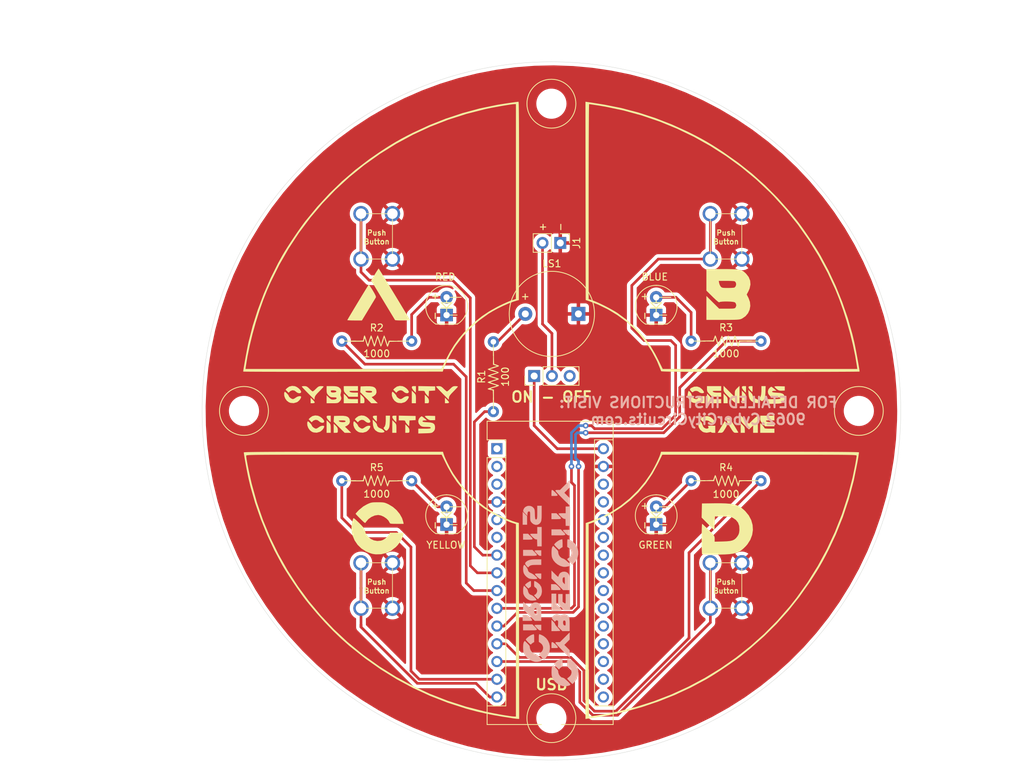
<source format=kicad_pcb>
(kicad_pcb (version 20210108) (generator pcbnew)
  (layers (0 "F.Cu" signal) (31 "B.Cu" signal) (34 "B.Paste" user) (35 "F.Paste" user) (36 "B.SilkS" user "B.Silkscreen") (37 "F.SilkS" user "F.Silkscreen") (38 "B.Mask" user) (39 "F.Mask" user) (44 "Edge.Cuts" user))
  (net 0 "")
  (net 1 "STX")
  (net 2 "no_connect_(A1-Pad5)")
  (net 3 "SRX")
  (net 4 "no_connect_(A1-Pad6)")
  (net 5 "RESET_2")
  (net 6 "no_connect_(A1-Pad17)")
  (net 7 "GND")
  (net 8 "no_connect_(A1-Pad18)")
  (net 9 "BUTTON_1")
  (net 10 "no_connect_(A1-Pad19)")
  (net 11 "BUTTON_2")
  (net 12 "no_connect_(A1-Pad20)")
  (net 13 "BUTTON_3")
  (net 14 "no_connect_(A1-Pad21)")
  (net 15 "BUTTON_4")
  (net 16 "no_connect_(A1-Pad22)")
  (net 17 "LED_1")
  (net 18 "A6")
  (net 19 "LED_2")
  (net 20 "A7")
  (net 21 "LED_3")
  (net 22 "no_connect_(A1-Pad23)")
  (net 23 "LED_4")
  (net 24 "RESET_1")
  (net 25 "Speaker")
  (net 26 "VCC")
  (net 27 "BLINK")
  (net 28 "BATTERY")
  (net 29 "Net-(LS1-Pad1)")
  (net 30 "no_connect_(A1-Pad24)")
  (net 31 "no_connect_(A1-Pad27)")
  (net 32 "Net-(D1-Pad2)")
  (net 33 "Net-(D2-Pad2)")
  (net 34 "Net-(D3-Pad2)")
  (net 35 "Net-(D4-Pad2)")
  (net 36 "no_connect_(SW5-Pad3)")
  (footprint "CCC-Schematic-Footprints:Schematic - LED 5mm(2.56P) 003" (layer "F.Cu") (at 85 85)
    (fp_text reference "RED" (at -0.2 -4.2) (layer "F.SilkS"))
    (fp_text value "Red")
    (fp_text user "-  +" (at -1.7 0 270) (layer "F.SilkS"))
    (pad "1" thru_hole rect (at 0 1.27 90) (size 1.8 1.8) (drill 0.9) (layers *.Cu *.Mask) (net 7 "GND"))
    (pad "2" thru_hole circle (at 0 -1.27 90) (size 1.8 1.8) (drill 0.9) (layers *.Cu *.Mask) (net 32 "Net-(D1-Pad2)"))
  )
  (footprint "CCC-Schematic-Footprints:Schematic - LED 5mm(2.56P) 003" (layer "F.Cu") (at 115 85)
    (fp_text reference "BLUE" (at -0.2 -4.2) (layer "F.SilkS"))
    (fp_text value "Blue")
    (fp_text user "-  +" (at -1.7 0 270) (layer "F.SilkS"))
    (pad "1" thru_hole rect (at 0 1.27 90) (size 1.8 1.8) (drill 0.9) (layers *.Cu *.Mask) (net 7 "GND"))
    (pad "2" thru_hole circle (at 0 -1.27 90) (size 1.8 1.8) (drill 0.9) (layers *.Cu *.Mask) (net 33 "Net-(D2-Pad2)"))
  )
  (footprint "CCC-Schematic-Footprints:Schematic - LED 5mm(2.56P) 003" (layer "F.Cu") (at 115 115)
    (fp_text reference "GREEN" (at -0.1 4.2) (layer "F.SilkS"))
    (fp_text value "Green")
    (fp_text user "-  +" (at -1.7 0 270) (layer "F.SilkS"))
    (pad "1" thru_hole rect (at 0 1.27 90) (size 1.8 1.8) (drill 0.9) (layers *.Cu *.Mask) (net 7 "GND"))
    (pad "2" thru_hole circle (at 0 -1.27 90) (size 1.8 1.8) (drill 0.9) (layers *.Cu *.Mask) (net 34 "Net-(D3-Pad2)"))
  )
  (footprint "CCC-Schematic-Footprints:Schematic - LED 5mm(2.56P) 003" (layer "F.Cu") (at 85 115)
    (fp_text reference "YELLOW" (at -0.1 4.2) (layer "F.SilkS"))
    (fp_text value "Yellow")
    (fp_text user "-  +" (at -1.7 0 270) (layer "F.SilkS"))
    (pad "1" thru_hole rect (at 0 1.27 90) (size 1.8 1.8) (drill 0.9) (layers *.Cu *.Mask) (net 7 "GND"))
    (pad "2" thru_hole circle (at 0 -1.27 90) (size 1.8 1.8) (drill 0.9) (layers *.Cu *.Mask) (net 35 "Net-(D4-Pad2)"))
  )
  (footprint "CCC-Schematic-Footprints:Schematic_-_Button_Labeled" (layer "F.Cu") (at 75 75 90)
    (fp_text reference "SW1" hide)
    (fp_text value "SW_Push")
    (fp_text user "Push" (at 0.508 0 unlocked) (layer "F.SilkS") (effects (font (size 0.75 0.75))))
    (fp_text user "Button" (at -0.762 0 unlocked) (layer "F.SilkS") (effects (font (size 0.75 0.75))))
    (pad "1" thru_hole circle (at -3.25 -2.25 90) (size 2.2 2.2) (drill 1.5) (layers *.Cu *.Mask) (net 9 "BUTTON_1"))
    (pad "1" thru_hole circle (at 3.25 -2.25 90) (size 2.2 2.2) (drill 1.5) (layers *.Cu *.Mask) (net 9 "BUTTON_1"))
    (pad "2" thru_hole circle (at 3.25 2.25 90) (size 2.2 2.2) (drill 1.5) (layers *.Cu *.Mask) (net 7 "GND"))
    (pad "2" thru_hole circle (at -3.25 2.25 90) (size 2.2 2.2) (drill 1.5) (layers *.Cu *.Mask) (net 7 "GND"))
  )
  (footprint "CCC-Schematic-Footprints:Schematic_-_Button_Labeled" (layer "F.Cu") (at 125 75 90)
    (fp_text reference "SW2" hide)
    (fp_text value "SW_Push")
    (fp_text user "Button" (at -0.762 0 unlocked) (layer "F.SilkS") (effects (font (size 0.75 0.75))))
    (fp_text user "Push" (at 0.508 0 unlocked) (layer "F.SilkS") (effects (font (size 0.75 0.75))))
    (pad "1" thru_hole circle (at -3.25 -2.25 90) (size 2.2 2.2) (drill 1.5) (layers *.Cu *.Mask) (net 11 "BUTTON_2"))
    (pad "1" thru_hole circle (at 3.25 -2.25 90) (size 2.2 2.2) (drill 1.5) (layers *.Cu *.Mask) (net 11 "BUTTON_2"))
    (pad "2" thru_hole circle (at 3.25 2.25 90) (size 2.2 2.2) (drill 1.5) (layers *.Cu *.Mask) (net 7 "GND"))
    (pad "2" thru_hole circle (at -3.25 2.25 90) (size 2.2 2.2) (drill 1.5) (layers *.Cu *.Mask) (net 7 "GND"))
  )
  (footprint "CCC-Schematic-Footprints:Schematic_-_Button_Labeled" (layer "F.Cu") (at 125 125 90)
    (fp_text reference "SW3" hide)
    (fp_text value "SW_Push")
    (fp_text user "Button" (at -0.762 0 unlocked) (layer "F.SilkS") (effects (font (size 0.75 0.75))))
    (fp_text user "Push" (at 0.508 0 unlocked) (layer "F.SilkS") (effects (font (size 0.75 0.75))))
    (pad "1" thru_hole circle (at 3.25 -2.25 90) (size 2.2 2.2) (drill 1.5) (layers *.Cu *.Mask) (net 13 "BUTTON_3"))
    (pad "1" thru_hole circle (at -3.25 -2.25 90) (size 2.2 2.2) (drill 1.5) (layers *.Cu *.Mask) (net 13 "BUTTON_3"))
    (pad "2" thru_hole circle (at -3.25 2.25 90) (size 2.2 2.2) (drill 1.5) (layers *.Cu *.Mask) (net 7 "GND"))
    (pad "2" thru_hole circle (at 3.25 2.25 90) (size 2.2 2.2) (drill 1.5) (layers *.Cu *.Mask) (net 7 "GND"))
  )
  (footprint "CCC-Schematic-Footprints:Schematic_-_Button_Labeled" (layer "F.Cu") (at 75 125 90)
    (fp_text reference "SW4" hide)
    (fp_text value "SW_Push")
    (fp_text user "Button" (at -0.762 0 unlocked) (layer "F.SilkS") (effects (font (size 0.75 0.75))))
    (fp_text user "Push" (at 0.508 0 unlocked) (layer "F.SilkS") (effects (font (size 0.75 0.75))))
    (pad "1" thru_hole circle (at -3.25 -2.25 90) (size 2.2 2.2) (drill 1.5) (layers *.Cu *.Mask) (net 15 "BUTTON_4"))
    (pad "1" thru_hole circle (at 3.25 -2.25 90) (size 2.2 2.2) (drill 1.5) (layers *.Cu *.Mask) (net 15 "BUTTON_4"))
    (pad "2" thru_hole circle (at -3.25 2.25 90) (size 2.2 2.2) (drill 1.5) (layers *.Cu *.Mask) (net 7 "GND"))
    (pad "2" thru_hole circle (at 3.25 2.25 90) (size 2.2 2.2) (drill 1.5) (layers *.Cu *.Mask) (net 7 "GND"))
  )
  (footprint "Module:Arduino_Nano" (layer "F.Cu") (at 92.202 105.41)
    (fp_text reference "A1" hide)
    (fp_text value "Arduino_Nano_v3.x")
    (pad "1" thru_hole rect (at 0 0) (size 1.6 1.6) (drill 1) (layers *.Cu *.Mask) (net 1 "STX"))
    (pad "2" thru_hole oval (at 0 2.54) (size 1.6 1.6) (drill 1) (layers *.Cu *.Mask) (net 3 "SRX"))
    (pad "3" thru_hole oval (at 0 5.08) (size 1.6 1.6) (drill 1) (layers *.Cu *.Mask) (net 5 "RESET_2"))
    (pad "4" thru_hole oval (at 0 7.62) (size 1.6 1.6) (drill 1) (layers *.Cu *.Mask) (net 7 "GND"))
    (pad "5" thru_hole oval (at 0 10.16) (size 1.6 1.6) (drill 1) (layers *.Cu *.Mask) (net 2 "no_connect_(A1-Pad5)"))
    (pad "6" thru_hole oval (at 0 12.7) (size 1.6 1.6) (drill 1) (layers *.Cu *.Mask) (net 4 "no_connect_(A1-Pad6)"))
    (pad "7" thru_hole oval (at 0 15.24) (size 1.6 1.6) (drill 1) (layers *.Cu *.Mask) (net 25 "Speaker"))
    (pad "8" thru_hole oval (at 0 17.78) (size 1.6 1.6) (drill 1) (layers *.Cu *.Mask) (net 9 "BUTTON_1"))
    (pad "9" thru_hole oval (at 0 20.32) (size 1.6 1.6) (drill 1) (layers *.Cu *.Mask) (net 17 "LED_1"))
    (pad "10" thru_hole oval (at 0 22.86) (size 1.6 1.6) (drill 1) (layers *.Cu *.Mask) (net 11 "BUTTON_2"))
    (pad "11" thru_hole oval (at 0 25.4) (size 1.6 1.6) (drill 1) (layers *.Cu *.Mask) (net 19 "LED_2"))
    (pad "12" thru_hole oval (at 0 27.94) (size 1.6 1.6) (drill 1) (layers *.Cu *.Mask) (net 21 "LED_3"))
    (pad "13" thru_hole oval (at 0 30.48) (size 1.6 1.6) (drill 1) (layers *.Cu *.Mask) (net 13 "BUTTON_3"))
    (pad "14" thru_hole oval (at 0 33.02) (size 1.6 1.6) (drill 1) (layers *.Cu *.Mask) (net 23 "LED_4"))
    (pad "15" thru_hole oval (at 0 35.56) (size 1.6 1.6) (drill 1) (layers *.Cu *.Mask) (net 15 "BUTTON_4"))
    (pad "16" thru_hole oval (at 15.24 35.56) (size 1.6 1.6) (drill 1) (layers *.Cu *.Mask) (net 27 "BLINK"))
    (pad "17" thru_hole oval (at 15.24 33.02) (size 1.6 1.6) (drill 1) (layers *.Cu *.Mask) (net 6 "no_connect_(A1-Pad17)"))
    (pad "18" thru_hole oval (at 15.24 30.48) (size 1.6 1.6) (drill 1) (layers *.Cu *.Mask) (net 8 "no_connect_(A1-Pad18)"))
    (pad "19" thru_hole oval (at 15.24 27.94) (size 1.6 1.6) (drill 1) (layers *.Cu *.Mask) (net 10 "no_connect_(A1-Pad19)"))
    (pad "20" thru_hole oval (at 15.24 25.4) (size 1.6 1.6) (drill 1) (layers *.Cu *.Mask) (net 12 "no_connect_(A1-Pad20)"))
    (pad "21" thru_hole oval (at 15.24 22.86) (size 1.6 1.6) (drill 1) (layers *.Cu *.Mask) (net 14 "no_connect_(A1-Pad21)"))
    (pad "22" thru_hole oval (at 15.24 20.32) (size 1.6 1.6) (drill 1) (layers *.Cu *.Mask) (net 16 "no_connect_(A1-Pad22)"))
    (pad "23" thru_hole oval (at 15.24 17.78) (size 1.6 1.6) (drill 1) (layers *.Cu *.Mask) (net 22 "no_connect_(A1-Pad23)"))
    (pad "24" thru_hole oval (at 15.24 15.24) (size 1.6 1.6) (drill 1) (layers *.Cu *.Mask) (net 30 "no_connect_(A1-Pad24)"))
    (pad "25" thru_hole oval (at 15.24 12.7) (size 1.6 1.6) (drill 1) (layers *.Cu *.Mask) (net 18 "A6"))
    (pad "26" thru_hole oval (at 15.24 10.16) (size 1.6 1.6) (drill 1) (layers *.Cu *.Mask) (net 20 "A7"))
    (pad "27" thru_hole oval (at 15.24 7.62) (size 1.6 1.6) (drill 1) (layers *.Cu *.Mask) (net 31 "no_connect_(A1-Pad27)"))
    (pad "28" thru_hole oval (at 15.24 5.08) (size 1.6 1.6) (drill 1) (layers *.Cu *.Mask) (net 24 "RESET_1"))
    (pad "29" thru_hole oval (at 15.24 2.54) (size 1.6 1.6) (drill 1) (layers *.Cu *.Mask) (net 7 "GND"))
    (pad "30" thru_hole oval (at 15.24 0) (size 1.6 1.6) (drill 1) (layers *.Cu *.Mask) (net 26 "VCC"))
  )
  (footprint "Buzzer_Beeper:Buzzer_12x9.5RM7.6" (layer "F.Cu") (at 96.266 86.106)
    (fp_text reference "LS1" (at 3.8 -7.2) (layer "F.SilkS"))
    (fp_text value "Speaker")
    (fp_text user "+" (at -0.01 -2.54) (layer "F.SilkS"))
    (pad "1" thru_hole circle (at 0 0) (size 2 2) (drill 1) (layers *.Cu *.Mask) (net 29 "Net-(LS1-Pad1)"))
    (pad "2" thru_hole rect (at 7.6 0) (size 2 2) (drill 1) (layers *.Cu *.Mask) (net 7 "GND"))
  )
  (footprint "CCC-Schematic-Footprints:9V_Battery_Terminal" (layer "F.Cu") (at 100 75.946 -90)
    (fp_text reference "J1" (at 0 -3.6 90) (layer "F.SilkS"))
    (fp_text value "Battery")
    (fp_text user "-" (at -2.286 -1.27 90) (layer "F.SilkS"))
    (fp_text user "+" (at -2.286 1.27 90) (layer "F.SilkS"))
    (pad "1" thru_hole oval (at 0 1.27 270) (size 1.7 1.7) (drill 1) (layers *.Cu *.Mask) (net 28 "BATTERY"))
    (pad "2" thru_hole rect (at 0 -1.27 270) (size 1.7 1.7) (drill 1) (layers *.Cu *.Mask) (net 7 "GND"))
  )
  (footprint "Connector_PinHeader_2.54mm:PinHeader_1x03_P2.54mm_Vertical" (layer "F.Cu") (at 97.536 94.996 90)
    (fp_text reference "SW5" hide)
    (fp_text value "SW_SPDT")
    (pad "1" thru_hole rect (at 0 0 90) (size 1.7 1.7) (drill 1) (layers *.Cu *.Mask) (net 26 "VCC"))
    (pad "2" thru_hole oval (at 0 2.54 90) (size 1.7 1.7) (drill 1) (layers *.Cu *.Mask) (net 28 "BATTERY"))
    (pad "3" thru_hole oval (at 0 5.08 90) (size 1.7 1.7) (drill 1) (layers *.Cu *.Mask) (net 36 "no_connect_(SW5-Pad3)"))
  )
  (footprint "CCC-Schematic-Footprints:Schematic - Resistor 10.00mm" (layer "F.Cu") (at 91.694 95.1 90)
    (fp_text reference "R1" (at 0 -1.694 270) (layer "F.SilkS"))
    (fp_text value "100" (at 0 1.706 270) (layer "F.SilkS"))
    (pad "1" thru_hole circle (at -5 0 90) (size 1.6 1.6) (drill 0.8) (layers *.Cu *.Mask) (net 25 "Speaker"))
    (pad "2" thru_hole circle (at 5 0 90) (size 1.6 1.6) (drill 0.8) (layers *.Cu *.Mask) (net 29 "Net-(LS1-Pad1)"))
  )
  (footprint "CCC-Schematic-Footprints:3mm Mount Hole" (layer "F.Cu") (at 100 56)
    (fp_text reference " " hide)
    (fp_text value "3mm_Hole")
    (pad "" np_thru_hole circle (at 0 0) (size 3.3 3.3) (drill 3.3) (layers *.Cu *.Mask))
  )
  (footprint "CCC-Schematic-Footprints:3mm Mount Hole" (layer "F.Cu") (at 100 144)
    (fp_text reference " " hide)
    (fp_text value "3mm_Hole")
    (pad "" np_thru_hole circle (at 0 0) (size 3.3 3.3) (drill 3.3) (layers *.Cu *.Mask))
  )
  (footprint "CCC-Schematic-Footprints:3mm Mount Hole" (layer "F.Cu") (at 144 100)
    (fp_text reference " " hide)
    (fp_text value "3mm_Hole")
    (pad "" np_thru_hole circle (at 0 0) (size 3.3 3.3) (drill 3.3) (layers *.Cu *.Mask))
  )
  (footprint "CCC-Schematic-Footprints:3mm Mount Hole" (layer "F.Cu") (at 56 100)
    (fp_text reference " " hide)
    (fp_text value "3mm_Hole")
    (pad "" np_thru_hole circle (at 0 0) (size 3.3 3.3) (drill 3.3) (layers *.Cu *.Mask))
  )
  (footprint "CCC_Drawings:Graphic - Kit - Genius Game" (layer "F.Cu") (at 100 100)
    (fp_text reference "G***" hide)
    (fp_text value "LOGO" hide)
  )
  (footprint "CCC-Schematic-Footprints:Schematic - Resistor 10.00mm" (layer "F.Cu") (at 125 90 180)
    (fp_text reference "R3" (at 0 1.93 180) (layer "F.SilkS"))
    (fp_text value "1000" (at 0 -1.8 180) (layer "F.SilkS"))
    (pad "1" thru_hole circle (at -5 0 180) (size 1.6 1.6) (drill 0.8) (layers *.Cu *.Mask) (net 19 "LED_2"))
    (pad "2" thru_hole circle (at 5 0 180) (size 1.6 1.6) (drill 0.8) (layers *.Cu *.Mask) (net 33 "Net-(D2-Pad2)"))
  )
  (footprint "CCC-Schematic-Footprints:Schematic - Resistor 10.00mm" (layer "F.Cu") (at 75 90)
    (fp_text reference "R2" (at 0 -1.9 180) (layer "F.SilkS"))
    (fp_text value "1000" (at 0 1.8 180) (layer "F.SilkS"))
    (pad "1" thru_hole circle (at -5 0) (size 1.6 1.6) (drill 0.8) (layers *.Cu *.Mask) (net 17 "LED_1"))
    (pad "2" thru_hole circle (at 5 0) (size 1.6 1.6) (drill 0.8) (layers *.Cu *.Mask) (net 32 "Net-(D1-Pad2)"))
  )
  (footprint "CCC-Schematic-Footprints:Schematic - Resistor 10.00mm" (layer "F.Cu") (at 125 110 180)
    (fp_text reference "R4" (at 0 1.9 180) (layer "F.SilkS"))
    (fp_text value "1000" (at 0 -1.93 180) (layer "F.SilkS"))
    (pad "1" thru_hole circle (at -5 0 180) (size 1.6 1.6) (drill 0.8) (layers *.Cu *.Mask) (net 21 "LED_3"))
    (pad "2" thru_hole circle (at 5 0 180) (size 1.6 1.6) (drill 0.8) (layers *.Cu *.Mask) (net 34 "Net-(D3-Pad2)"))
  )
  (footprint "CCC-Schematic-Footprints:Schematic - Resistor 10.00mm" (layer "F.Cu") (at 75 110)
    (fp_text reference "R5" (at 0 -1.9 180) (layer "F.SilkS"))
    (fp_text value "1000" (at 0 1.9 180) (layer "F.SilkS"))
    (pad "1" thru_hole circle (at -5 0) (size 1.6 1.6) (drill 0.8) (layers *.Cu *.Mask) (net 23 "LED_4"))
    (pad "2" thru_hole circle (at 5 0) (size 1.6 1.6) (drill 0.8) (layers *.Cu *.Mask) (net 35 "Net-(D4-Pad2)"))
  )
  (footprint "CCC_Drawings:Logo - Cyber City Circuits - Two Line 30mm" (layer "B.Cu") (at 99.9 124.7 90)
    (fp_text reference "G***" hide)
    (fp_text value "LOGO" hide)
  )
  (gr_circle (center 100 100) (end 150 100) (layer "Edge.Cuts") (width 0.05) (fill none))
  (gr_text "FOR DETAILED INSTRUCTIONS VISIT:\n9062.CyberCityCircuits.com" (at 121 100) (layer "B.SilkS") (effects (font (size 1.5 1.5) (thickness 0.3)) (justify mirror)))
  (gr_text "USB" (at 100 139.192) (layer "F.SilkS") (effects (font (size 1.5 1.5) (thickness 0.3))))
  (gr_text "ON - OFF" (at 100 98) (layer "F.SilkS") (effects (font (size 1.5 1.5) (thickness 0.3))))
  (segment (start 92.202 123.19) (end 89.408 123.19) (width 0.381) (layer "F.Cu") (net 9))
  (segment (start 85.852 81.28) (end 88.392 83.82) (width 0.381) (layer "F.Cu") (net 9))
  (segment (start 89.408 123.19) (end 88.392 122.174) (width 0.381) (layer "F.Cu") (net 9))
  (segment (start 73.914 81.28) (end 85.852 81.28) (width 0.381) (layer "F.Cu") (net 9))
  (segment (start 72.75 78.25) (end 72.75 71.75) (width 0.381) (layer "F.Cu") (net 9))
  (segment (start 72.75 80.116) (end 73.914 81.28) (width 0.381) (layer "F.Cu") (net 9))
  (segment (start 72.75 78.25) (end 72.75 80.116) (width 0.381) (layer "F.Cu") (net 9))
  (segment (start 88.392 122.174) (end 88.392 83.82) (width 0.381) (layer "F.Cu") (net 9))
  (segment (start 88.392 83.82) (end 87.376 82.804) (width 0.381) (layer "F.Cu") (net 9))
  (segment (start 87.376 82.804) (end 86.614 82.042) (width 0.381) (layer "F.Cu") (net 9))
  (segment (start 87.70301 83.13101) (end 87.376 82.804) (width 0.381) (layer "F.Cu") (net 9))
  (segment (start 103.30499 110.67099) (end 102.87 110.236) (width 0.381) (layer "F.Cu") (net 11))
  (segment (start 115.298 78.25) (end 122.75 78.25) (width 0.381) (layer "F.Cu") (net 11))
  (segment (start 106.172 102.54299) (end 115.837338 102.54299) (width 0.381) (layer "F.Cu") (net 11))
  (segment (start 111.506 82.042) (end 115.298 78.25) (width 0.381) (layer "F.Cu") (net 11))
  (segment (start 100.076 128.27) (end 92.202 128.27) (width 0.381) (layer "F.Cu") (net 11))
  (segment (start 111.506 88.138) (end 111.506 82.042) (width 0.381) (layer "F.Cu") (net 11))
  (segment (start 102.87 110.236) (end 102.87 107.95) (width 0.381) (layer "F.Cu") (net 11))
  (segment (start 104.902 102.108) (end 105.73701 102.108) (width 0.381) (layer "F.Cu") (net 11))
  (segment (start 105.73701 102.108) (end 106.172 102.54299) (width 0.381) (layer "F.Cu") (net 11))
  (segment (start 103.30499 127.83501) (end 103.30499 110.67099) (width 0.381) (layer "F.Cu") (net 11))
  (segment (start 115.837338 102.54299) (end 117.78299 100.597338) (width 0.381) (layer "F.Cu") (net 11))
  (segment (start 122.75 71.75) (end 122.75 78.25) (width 0.381) (layer "F.Cu") (net 11))
  (segment (start 113.284 89.916) (end 111.506 88.138) (width 0.381) (layer "F.Cu") (net 11))
  (segment (start 102.87 128.27) (end 103.30499 127.83501) (width 0.381) (layer "F.Cu") (net 11))
  (segment (start 117.78299 90.60499) (end 117.094 89.916) (width 0.381) (layer "F.Cu") (net 11))
  (segment (start 117.78299 100.597338) (end 117.78299 90.60499) (width 0.381) (layer "F.Cu") (net 11))
  (segment (start 117.094 89.916) (end 113.284 89.916) (width 0.381) (layer "F.Cu") (net 11))
  (segment (start 100.076 128.27) (end 102.87 128.27) (width 0.381) (layer "F.Cu") (net 11))
  (via (at 104.902 102.108) (size 0.8) (drill 0.4) (layers "F.Cu" "B.Cu") (net 11))
  (via (at 102.87 107.95) (size 0.8) (drill 0.4) (layers "F.Cu" "B.Cu") (net 11))
  (segment (start 102.87 103.124) (end 103.886 102.108) (width 0.381) (layer "B.Cu") (net 11))
  (segment (start 103.886 102.108) (end 104.902 102.108) (width 0.381) (layer "B.Cu") (net 11))
  (segment (start 102.87 107.95) (end 102.87 103.124) (width 0.381) (layer "B.Cu") (net 11))
  (segment (start 109.460663 143.583009) (end 122.75 130.293672) (width 0.381) (layer "F.Cu") (net 13))
  (segment (start 105.931338 143.58301) (end 109.460663 143.583009) (width 0.381) (layer "F.Cu") (net 13))
  (segment (start 92.202 135.89) (end 102.556328 135.89) (width 0.381) (layer "F.Cu") (net 13))
  (segment (start 104.066991 141.718663) (end 105.931338 143.58301) (width 0.381) (layer "F.Cu") (net 13))
  (segment (start 102.556328 135.89) (end 104.06699 137.400662) (width 0.381) (layer "F.Cu") (net 13))
  (segment (start 122.75 121.75) (end 122.75 128.25) (width 0.381) (layer "F.Cu") (net 13))
  (segment (start 104.06699 137.400662) (end 104.066991 141.718663) (width 0.381) (layer "F.Cu") (net 13))
  (segment (start 122.75 130.293672) (end 122.75 128.25) (width 0.381) (layer "F.Cu") (net 13))
  (segment (start 72.75 130.916) (end 72.75 130.65) (width 0.381) (layer "F.Cu") (net 15))
  (segment (start 72.75 128.25) (end 72.75 125.37) (width 0.381) (layer "F.Cu") (net 15))
  (segment (start 72.75 130.65) (end 72.75 128.25) (width 0.381) (layer "F.Cu") (net 15))
  (segment (start 72.75 121.75) (end 72.75 125.37) (width 0.381) (layer "F.Cu") (net 15))
  (segment (start 89.21102 139.01102) (end 80.81102 139.01102) (width 0.381) (layer "F.Cu") (net 15))
  (segment (start 72.75 130.95) (end 72.75 130.65) (width 0.381) (layer "F.Cu") (net 15))
  (segment (start 80.81102 139.01102) (end 72.75 130.95) (width 0.381) (layer "F.Cu") (net 15))
  (segment (start 92.202 140.97) (end 91.17 140.97) (width 0.381) (layer "F.Cu") (net 15))
  (segment (start 91.17 140.97) (end 89.21102 139.01102) (width 0.381) (layer "F.Cu") (net 15))
  (segment (start 87.81099 124.64099) (end 87.81099 95.11099) (width 0.381) (layer "F.Cu") (net 17))
  (segment (start 87.81099 95.11099) (end 86 93.3) (width 0.381) (layer "F.Cu") (net 17))
  (segment (start 92.202 125.73) (end 88.9 125.73) (width 0.381) (layer "F.Cu") (net 17))
  (segment (start 88.9 125.73) (end 87.81099 124.64099) (width 0.381) (layer "F.Cu") (net 17))
  (segment (start 86 93.3) (end 73.3 93.3) (width 0.381) (layer "F.Cu") (net 17))
  (segment (start 73.3 93.3) (end 70 90) (width 0.381) (layer "F.Cu") (net 17))
  (segment (start 103.886 107.95) (end 103.886 128.075686) (width 0.381) (layer "F.Cu") (net 19))
  (segment (start 95.14898 128.85102) (end 93.19 130.81) (width 0.381) (layer "F.Cu") (net 19))
  (segment (start 116.078 103.124) (end 118.364 100.838) (width 0.381) (layer "F.Cu") (net 19))
  (segment (start 118.364 100.838) (end 118.364 96.664) (width 0.381) (layer "F.Cu") (net 19))
  (segment (start 103.886 128.075686) (end 103.110666 128.85102) (width 0.381) (layer "F.Cu") (net 19))
  (segment (start 125.028 90) (end 118.364 96.664) (width 0.381) (layer "F.Cu") (net 19))
  (segment (start 93.19 130.81) (end 92.202 130.81) (width 0.381) (layer "F.Cu") (net 19))
  (segment (start 104.902 103.124) (end 116.078 103.124) (width 0.381) (layer "F.Cu") (net 19))
  (segment (start 103.110666 128.85102) (end 95.14898 128.85102) (width 0.381) (layer "F.Cu") (net 19))
  (segment (start 130 90) (end 125.028 90) (width 0.381) (layer "F.Cu") (net 19))
  (via (at 103.886 107.95) (size 0.8) (drill 0.4) (layers "F.Cu" "B.Cu") (net 19))
  (via (at 104.902 103.124) (size 0.8) (drill 0.4) (layers "F.Cu" "B.Cu") (net 19))
  (segment (start 103.691672 103.124) (end 103.45101 103.364662) (width 0.381) (layer "B.Cu") (net 19))
  (segment (start 103.45101 103.364662) (end 103.45101 106.75301) (width 0.381) (layer "B.Cu") (net 19))
  (segment (start 103.45101 106.75301) (end 103.886 107.188) (width 0.381) (layer "B.Cu") (net 19))
  (segment (start 103.886 107.188) (end 103.886 107.95) (width 0.381) (layer "B.Cu") (net 19))
  (segment (start 104.902 103.124) (end 103.691672 103.124) (width 0.381) (layer "B.Cu") (net 19))
  (segment (start 95.4 135.3) (end 95.1 135) (width 0.381) (layer "F.Cu") (net 21))
  (segment (start 102.788 135.3) (end 95.4 135.3) (width 0.381) (layer "F.Cu") (net 21))
  (segment (start 93.45 133.35) (end 92.202 133.35) (width 0.381) (layer "F.Cu") (net 21))
  (segment (start 119.7 132.522) (end 119.7 132.4) (width 0.381) (layer "F.Cu") (net 21))
  (segment (start 104.648 141.478) (end 104.648 137.16) (width 0.381) (layer "F.Cu") (net 21))
  (segment (start 104.648 137.16) (end 102.788 135.3) (width 0.381) (layer "F.Cu") (net 21))
  (segment (start 106.172 143.002) (end 104.648 141.478) (width 0.381) (layer "F.Cu") (net 21))
  (segment (start 119.7 132.522) (end 119.7 120.3) (width 0.381) (layer "F.Cu") (net 21))
  (segment (start 95.4 135.3) (end 93.45 133.35) (width 0.381) (layer "F.Cu") (net 21))
  (segment (start 109.22 143.002) (end 106.172 143.002) (width 0.381) (layer "F.Cu") (net 21))
  (segment (start 119.7 132.522) (end 109.22 143.002) (width 0.381) (layer "F.Cu") (net 21))
  (segment (start 119.7 120.3) (end 130 110) (width 0.381) (layer "F.Cu") (net 21))
  (segment (start 72.1 117.4) (end 70 115.3) (width 0.381) (layer "F.Cu") (net 23))
  (segment (start 81.085672 138.43) (end 79.9 137.244328) (width 0.381) (layer "F.Cu") (net 23))
  (segment (start 70 115.3) (end 70 110) (width 0.381) (layer "F.Cu") (net 23))
  (segment (start 79.9 119.5) (end 77.8 117.4) (width 0.381) (layer "F.Cu") (net 23))
  (segment (start 77.8 117.4) (end 72.1 117.4) (width 0.381) (layer "F.Cu") (net 23))
  (segment (start 92.202 138.43) (end 81.085672 138.43) (width 0.381) (layer "F.Cu") (net 23))
  (segment (start 79.9 137.244328) (end 79.9 119.5) (width 0.381) (layer "F.Cu") (net 23))
  (segment (start 88.97301 119.45301) (end 90.17 120.65) (width 0.381) (layer "F.Cu") (net 25))
  (segment (start 88.97301 101.57301) (end 88.97301 119.45301) (width 0.381) (layer "F.Cu") (net 25))
  (segment (start 91.694 100.1) (end 90.44602 100.1) (width 0.381) (layer "F.Cu") (net 25))
  (segment (start 90.17 120.65) (end 92.202 120.65) (width 0.381) (layer "F.Cu") (net 25))
  (segment (start 90.44602 100.1) (end 88.97301 101.57301) (width 0.381) (layer "F.Cu") (net 25))
  (segment (start 97.536 102.108) (end 100.838 105.41) (width 0.381) (layer "F.Cu") (net 26))
  (segment (start 100.838 105.41) (end 107.442 105.41) (width 0.381) (layer "F.Cu") (net 26))
  (segment (start 97.536 94.996) (end 97.536 102.108) (width 0.381) (layer "F.Cu") (net 26))
  (segment (start 98.73 87.554) (end 98.73 75.946) (width 0.381) (layer "F.Cu") (net 28))
  (segment (start 100.076 88.9) (end 98.73 87.554) (width 0.381) (layer "F.Cu") (net 28))
  (segment (start 100.076 94.996) (end 100.076 88.9) (width 0.381) (layer "F.Cu") (net 28))
  (segment (start 91.694 90.1) (end 92.272 90.1) (width 0.381) (layer "F.Cu") (net 29))
  (segment (start 92.272 90.1) (end 96.266 86.106) (width 0.381) (layer "F.Cu") (net 29))
  (segment (start 80 86.2) (end 82.47 83.73) (width 0.381) (layer "F.Cu") (net 32))
  (segment (start 82.47 83.73) (end 85 83.73) (width 0.381) (layer "F.Cu") (net 32))
  (segment (start 80 90) (end 80 86.2) (width 0.381) (layer "F.Cu") (net 32))
  (segment (start 120 85.9) (end 120 90) (width 0.381) (layer "F.Cu") (net 33))
  (segment (start 115 83.73) (end 117.83 83.73) (width 0.381) (layer "F.Cu") (net 33))
  (segment (start 117.83 83.73) (end 120 85.9) (width 0.381) (layer "F.Cu") (net 33))
  (segment (start 116.27 113.73) (end 115 113.73) (width 0.381) (layer "F.Cu") (net 34))
  (segment (start 120 110) (end 116.27 113.73) (width 0.381) (layer "F.Cu") (net 34))
  (segment (start 85 113.73) (end 83.73 113.73) (width 0.381) (layer "F.Cu") (net 35))
  (segment (start 83.73 113.73) (end 80 110) (width 0.381) (layer "F.Cu") (net 35))
  (zone (net 7) (net_name "GND") (layer "F.Cu") (connect_pads (clearance 0.508)) (min_thickness 0.254) (fill yes (thermal_gap 0.508) (thermal_bridge_width 0.508))
    (polygon (pts (xy 167.64 41.402) (xy 167.386 152.4) (xy 21.082 152.146) (xy 21.59 41.402) (xy 164.846 41.148)))
  )
)
</source>
